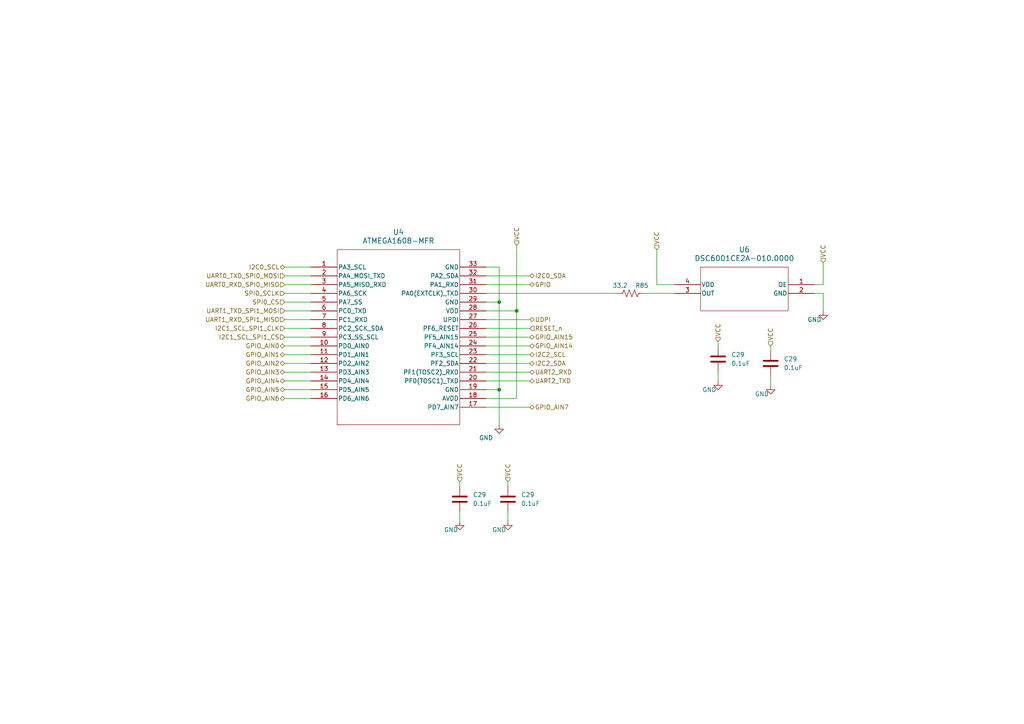
<source format=kicad_sch>
(kicad_sch (version 20230121) (generator eeschema)
  (paper "A4")
  (lib_symbols
    (symbol "2023-09-29_01-38-21:ATMEGA1608-MFR" (pin_names (offset 0.254))
      (property "Reference" "U4" (at 25.4 10.16 0))
      (property "Value" "ATMEGA1608-MFR" (at 25.4 7.62 0))
      (symbol "ATMEGA1608-MFR_0_1"
        (polyline (pts (xy 7.62 -45.72) (xy 43.18 -45.72)) (stroke (width 0.127)))
        (polyline (pts (xy 7.62 5.08) (xy 7.62 -45.72)) (stroke (width 0.127)))
        (polyline (pts (xy 43.18 -45.72) (xy 43.18 5.08)) (stroke (width 0.127)))
        (polyline (pts (xy 43.18 5.08) (xy 7.62 5.08)) (stroke (width 0.127)))
        (pin power_in line (at 50.8 -38.1 180) (length 7.62) (name "AVDD") (number "18"))
        (pin power_out line (at 50.8 -35.56 180) (length 7.62) (name "GND") (number "19"))
        (pin bidirectional line (at 50.8 -15.24 180) (length 7.62) (name "UPDI") (number "27"))
        (pin power_in line (at 50.8 -12.7 180) (length 7.62) (name "VDD") (number "28"))
        (pin power_out line (at 50.8 -10.16 180) (length 7.62) (name "GND") (number "29"))
        (pin power_out line (at 50.8 0 180) (length 7.62) (name "GND") (number "33"))
      )
      (symbol "ATMEGA1608-MFR_1_1"
        (pin bidirectional line (at 0 0 0) (length 7.62) (name "PA3_SCL") (number "1"))
        (pin bidirectional line (at 0 -22.86 0) (length 7.62) (name "PD0_AIN0") (number "10"))
        (pin bidirectional line (at 0 -25.4 0) (length 7.62) (name "PD1_AIN1") (number "11"))
        (pin bidirectional line (at 0 -27.94 0) (length 7.62) (name "PD2_AIN2") (number "12"))
        (pin bidirectional line (at 0 -30.48 0) (length 7.62) (name "PD3_AIN3") (number "13"))
        (pin bidirectional line (at 0 -33.02 0) (length 7.62) (name "PD4_AIN4") (number "14"))
        (pin bidirectional line (at 0 -35.56 0) (length 7.62) (name "PD5_AIN5") (number "15"))
        (pin bidirectional line (at 0 -38.1 0) (length 7.62) (name "PD6_AIN6") (number "16"))
        (pin bidirectional line (at 50.8 -40.64 180) (length 7.62) (name "PD7_AIN7") (number "17"))
        (pin bidirectional line (at 0 -2.54 0) (length 7.62) (name "PA4_MOSI_TXD") (number "2"))
        (pin bidirectional line (at 50.8 -33.02 180) (length 7.62) (name "PF0(TOSC1)_TXD") (number "20"))
        (pin bidirectional line (at 50.8 -30.48 180) (length 7.62) (name "PF1(TOSC2)_RXD") (number "21"))
        (pin bidirectional line (at 50.8 -27.94 180) (length 7.62) (name "PF2_SDA") (number "22"))
        (pin bidirectional line (at 50.8 -25.4 180) (length 7.62) (name "PF3_SCL") (number "23"))
        (pin bidirectional line (at 50.8 -22.86 180) (length 7.62) (name "PF4_AIN14") (number "24"))
        (pin bidirectional line (at 50.8 -20.32 180) (length 7.62) (name "PF5_AIN15") (number "25"))
        (pin bidirectional line (at 50.8 -17.78 180) (length 7.62) (name "PF6_RESET") (number "26"))
        (pin bidirectional line (at 0 -5.08 0) (length 7.62) (name "PA5_MISO_RXD") (number "3"))
        (pin bidirectional line (at 50.8 -7.62 180) (length 7.62) (name "PA0(EXTCLK)_TXD") (number "30"))
        (pin bidirectional line (at 50.8 -5.08 180) (length 7.62) (name "PA1_RXD") (number "31"))
        (pin bidirectional line (at 50.8 -2.54 180) (length 7.62) (name "PA2_SDA") (number "32"))
        (pin bidirectional line (at 0 -7.62 0) (length 7.62) (name "PA6_SCK") (number "4"))
        (pin bidirectional line (at 0 -10.16 0) (length 7.62) (name "PA7_SS") (number "5"))
        (pin bidirectional line (at 0 -12.7 0) (length 7.62) (name "PC0_TXD") (number "6"))
        (pin bidirectional line (at 0 -15.24 0) (length 7.62) (name "PC1_RXD") (number "7"))
        (pin bidirectional line (at 0 -17.78 0) (length 7.62) (name "PC2_SCK_SDA") (number "8"))
        (pin bidirectional line (at 0 -20.32 0) (length 7.62) (name "PC3_SS_SCL") (number "9"))
      )
    )
    (symbol "2023-09-30_01-44-26:DSC6001CE2A-010.0000" (pin_names (offset 0.254))
      (property "Reference" "U" (at 20.32 10.16 0))
      (property "Value" "DSC6001CE2A-010.0000" (at 20.32 7.62 0))
      (symbol "DSC6001CE2A-010.0000_0_1"
        (polyline (pts (xy 7.62 -7.62) (xy 33.02 -7.62)) (stroke (width 0.127)))
        (polyline (pts (xy 7.62 5.08) (xy 7.62 -7.62)) (stroke (width 0.127)))
        (polyline (pts (xy 33.02 -7.62) (xy 33.02 5.08)) (stroke (width 0.127)))
        (polyline (pts (xy 33.02 5.08) (xy 7.62 5.08)) (stroke (width 0.127)))
        (pin output line (at 0 0 0) (length 7.62) (name "OE") (number "1"))
        (pin power_out line (at 0 -2.54 0) (length 7.62) (name "GND") (number "2"))
        (pin output line (at 40.64 -2.54 180) (length 7.62) (name "OUT") (number "3"))
        (pin power_in line (at 40.64 0 180) (length 7.62) (name "VDD") (number "4"))
      )
    )
    (symbol "Device:C" (pin_numbers hide) (pin_names (offset 0.254))
      (property "Reference" "C" (at 0.635 2.54 0))
      (property "Value" "C" (at 0.635 -2.54 0))
      (symbol "C_0_1"
        (polyline (pts (xy -2.032 -0.762) (xy 2.032 -0.762)) (stroke (width 0.508)))
        (polyline (pts (xy -2.032 0.762) (xy 2.032 0.762)) (stroke (width 0.508)))
      )
      (symbol "C_1_1"
        (pin passive line (at 0 3.81 270) (length 2.794) (name "~") (number "1"))
        (pin passive line (at 0 -3.81 90) (length 2.794) (name "~") (number "2"))
      )
    )
    (symbol "Device:R_US" (pin_numbers hide) (pin_names (offset 0))
      (property "Reference" "R" (at 2.54 0 90))
      (property "Value" "R_US" (at -2.54 0 90))
      (symbol "R_US_0_1"
        (polyline (pts (xy 0 -2.286) (xy 0 -2.54)))
        (polyline (pts (xy 0 2.286) (xy 0 2.54)))
        (polyline (pts (xy 0 -0.762) (xy 1.016 -1.143) (xy 0 -1.524) (xy -1.016 -1.905) (xy 0 -2.286)))
        (polyline (pts (xy 0 0.762) (xy 1.016 0.381) (xy 0 0) (xy -1.016 -0.381) (xy 0 -0.762)))
        (polyline (pts (xy 0 2.286) (xy 1.016 1.905) (xy 0 1.524) (xy -1.016 1.143) (xy 0 0.762)))
      )
      (symbol "R_US_1_1"
        (pin passive line (at 0 3.81 270) (length 1.27) (name "~") (number "1"))
        (pin passive line (at 0 -3.81 90) (length 1.27) (name "~") (number "2"))
      )
    )
    (symbol "power:GND" (power) (pin_names (offset 0))
      (property "Value" "GND" (at 0 -3.81 0))
      (symbol "GND_0_1"
        (polyline (pts (xy 0 0) (xy 0 -1.27) (xy 1.27 -1.27) (xy 0 -2.54) (xy -1.27 -1.27) (xy 0 -1.27)))
      )
      (symbol "GND_1_1"
        (pin power_in line (at 0 0 270) (length 0) hide (name "GND") (number "1"))
      )
    )
  )
  (junction (at 144.78 87.63))
  (junction (at 144.78 113.03))
  (junction (at 149.86 90.17))
  (wire (pts (xy 82.55 80.01) (xy 90.17 80.01)))
  (wire (pts (xy 140.97 115.57) (xy 149.86 115.57)))
  (wire (pts (xy 82.55 107.95) (xy 90.17 107.95)))
  (wire (pts (xy 82.55 95.25) (xy 90.17 95.25)))
  (wire (pts (xy 238.76 90.17) (xy 238.76 85.09)))
  (wire (pts (xy 208.28 99.06) (xy 208.28 100.33)))
  (wire (pts (xy 186.69 85.09) (xy 195.58 85.09)))
  (wire (pts (xy 147.32 139.7) (xy 147.32 140.97)))
  (wire (pts (xy 144.78 113.03) (xy 140.97 113.03)))
  (wire (pts (xy 144.78 123.19) (xy 144.78 113.03)))
  (wire (pts (xy 153.67 82.55) (xy 140.97 82.55)))
  (wire (pts (xy 147.32 151.13) (xy 147.32 148.59)))
  (wire (pts (xy 190.5 72.39) (xy 190.5 82.55)))
  (wire (pts (xy 208.28 110.49) (xy 208.28 107.95)))
  (wire (pts (xy 140.97 77.47) (xy 144.78 77.47)))
  (wire (pts (xy 144.78 87.63) (xy 144.78 113.03)))
  (wire (pts (xy 223.52 100.33) (xy 223.52 101.6)))
  (wire (pts (xy 153.67 105.41) (xy 140.97 105.41)))
  (wire (pts (xy 82.55 97.79) (xy 90.17 97.79)))
  (wire (pts (xy 223.52 111.76) (xy 223.52 109.22)))
  (wire (pts (xy 82.55 77.47) (xy 90.17 77.47)))
  (wire (pts (xy 238.76 85.09) (xy 236.22 85.09)))
  (wire (pts (xy 153.67 80.01) (xy 140.97 80.01)))
  (wire (pts (xy 82.55 105.41) (xy 90.17 105.41)))
  (wire (pts (xy 149.86 115.57) (xy 149.86 90.17)))
  (wire (pts (xy 190.5 82.55) (xy 195.58 82.55)))
  (wire (pts (xy 82.55 82.55) (xy 90.17 82.55)))
  (wire (pts (xy 82.55 102.87) (xy 90.17 102.87)))
  (wire (pts (xy 82.55 110.49) (xy 90.17 110.49)))
  (wire (pts (xy 82.55 113.03) (xy 90.17 113.03)))
  (wire (pts (xy 238.76 76.2) (xy 238.76 82.55)))
  (wire (pts (xy 82.55 85.09) (xy 90.17 85.09)))
  (wire (pts (xy 82.55 100.33) (xy 90.17 100.33)))
  (wire (pts (xy 153.67 92.71) (xy 140.97 92.71)))
  (wire (pts (xy 149.86 90.17) (xy 140.97 90.17)))
  (wire (pts (xy 133.35 151.13) (xy 133.35 148.59)))
  (wire (pts (xy 153.67 110.49) (xy 140.97 110.49)))
  (wire (pts (xy 153.67 97.79) (xy 140.97 97.79)))
  (wire (pts (xy 133.35 139.7) (xy 133.35 140.97)))
  (wire (pts (xy 140.97 87.63) (xy 144.78 87.63)))
  (wire (pts (xy 153.67 100.33) (xy 140.97 100.33)))
  (wire (pts (xy 140.97 85.09) (xy 179.07 85.09)))
  (wire (pts (xy 238.76 82.55) (xy 236.22 82.55)))
  (wire (pts (xy 153.67 102.87) (xy 140.97 102.87)))
  (wire (pts (xy 82.55 115.57) (xy 90.17 115.57)))
  (wire (pts (xy 82.55 87.63) (xy 90.17 87.63)))
  (wire (pts (xy 149.86 71.12) (xy 149.86 90.17)))
  (wire (pts (xy 144.78 77.47) (xy 144.78 87.63)))
  (wire (pts (xy 153.67 107.95) (xy 140.97 107.95)))
  (wire (pts (xy 153.67 95.25) (xy 140.97 95.25)))
  (wire (pts (xy 153.67 118.11) (xy 140.97 118.11)))
  (wire (pts (xy 82.55 90.17) (xy 90.17 90.17)))
  (wire (pts (xy 82.55 92.71) (xy 90.17 92.71)))
  (hierarchical_label "GPIO_AIN2" (shape bidirectional) (at 82.55 105.41 180))
  (hierarchical_label "UDPI" (shape bidirectional) (at 153.67 92.71 0))
  (hierarchical_label "SPI0_CS" (shape input) (at 82.55 87.63 180))
  (hierarchical_label "VCC" (shape input) (at 147.32 139.7 90))
  (hierarchical_label "VCC" (shape input) (at 190.5 72.39 90))
  (hierarchical_label "UART1_TXD_SPI1_MOSI" (shape input) (at 82.55 90.17 180))
  (hierarchical_label "UART1_RXD_SPI1_MISO" (shape input) (at 82.55 92.71 180))
  (hierarchical_label "GPIO" (shape bidirectional) (at 153.67 82.55 0))
  (hierarchical_label "I2C1_SCL_SPI1_CLK" (shape input) (at 82.55 95.25 180))
  (hierarchical_label "GPIO_AIN1" (shape bidirectional) (at 82.55 102.87 180))
  (hierarchical_label "UART2_TXD" (shape bidirectional) (at 153.67 110.49 0))
  (hierarchical_label "I2C0_SDA" (shape bidirectional) (at 153.67 80.01 0))
  (hierarchical_label "GPIO_AIN15" (shape bidirectional) (at 153.67 97.79 0))
  (hierarchical_label "VCC" (shape input) (at 223.52 100.33 90))
  (hierarchical_label "GPIO_AIN5" (shape bidirectional) (at 82.55 113.03 180))
  (hierarchical_label "VCC" (shape input) (at 133.35 139.7 90))
  (hierarchical_label "GPIO_AIN6" (shape bidirectional) (at 82.55 115.57 180))
  (hierarchical_label "UART0_TXD_SPI0_MOSI" (shape input) (at 82.55 80.01 180))
  (hierarchical_label "I2C1_SCL_SPI1_CS" (shape input) (at 82.55 97.79 180))
  (hierarchical_label "I2C2_SDA" (shape bidirectional) (at 153.67 105.41 0))
  (hierarchical_label "VCC" (shape input) (at 238.76 76.2 90))
  (hierarchical_label "GPIO_AIN0" (shape bidirectional) (at 82.55 100.33 180))
  (hierarchical_label "VCC" (shape input) (at 149.86 71.12 90))
  (hierarchical_label "GPIO_AIN14" (shape bidirectional) (at 153.67 100.33 0))
  (hierarchical_label "UART0_RXD_SPI0_MISO" (shape input) (at 82.55 82.55 180))
  (hierarchical_label "VCC" (shape input) (at 208.28 99.06 90))
  (hierarchical_label "UART2_RXD" (shape bidirectional) (at 153.67 107.95 0))
  (hierarchical_label "GPIO_AIN4" (shape bidirectional) (at 82.55 110.49 180))
  (hierarchical_label "I2C2_SCL" (shape bidirectional) (at 153.67 102.87 0))
  (hierarchical_label "SPI0_SCLK" (shape input) (at 82.55 85.09 180))
  (hierarchical_label "GPIO_AIN7" (shape bidirectional) (at 153.67 118.11 0))
  (hierarchical_label "GPIO_AIN3" (shape bidirectional) (at 82.55 107.95 180))
  (hierarchical_label "RESET_n" (shape input) (at 153.67 95.25 0))
  (hierarchical_label "I2C0_SCL" (shape bidirectional) (at 82.55 77.47 180))
  (symbol (lib_id "Device:C") (at 133.35 144.78 0) (unit 1)
    (property "Reference" "C29" (at 137.16 143.51 0) (effects (justify left)))
    (property "Value" "0.1uF" (at 137.16 146.05 0) (effects (justify left)))
    (property "Footprint" "Capacitor_SMD:C_0402_1005Metric" (effects hide))
    (instances (project "DaisySeedBreakout" (path "" (reference "C29") (unit 1)) (path "" (reference "C31") (unit 1))) (project "DaisySeedAccessories" (path "" (reference "C36") (unit 1))))
  )
  (symbol (lib_id "Device:C") (at 147.32 144.78 0) (unit 1)
    (property "Reference" "C29" (at 151.13 143.51 0) (effects (justify left)))
    (property "Value" "0.1uF" (at 151.13 146.05 0) (effects (justify left)))
    (property "Footprint" "Capacitor_SMD:C_0402_1005Metric" (effects hide))
    (instances (project "DaisySeedBreakout" (path "" (reference "C29") (unit 1)) (path "" (reference "C36") (unit 1))) (project "DaisySeedAccessories" (path "" (reference "C37") (unit 1))))
  )
  (symbol (lib_id "2023-09-29_01-38-21:ATMEGA1608-MFR") (at 90.17 77.47 0) (unit 1)
    (property "Reference" "U4" (at 115.57 67.31 0) (effects (font (size 1.524 1.524))))
    (property "Value" "ATMEGA1608-MFR" (at 115.57 69.85 0) (effects (font (size 1.524 1.524))))
    (property "Footprint" "atmega:VQFN32_RXB_MCH-M" (effects hide))
    (property "Datasheet" "ATMEGA1608-MFR" (effects hide))
    (instances (project "DaisySeedBreakout" (path "" (reference "U4") (unit 1)) (path "" (reference "U4") (unit 1))) (project "DaisySeedAccessories" (path "" (reference "U7") (unit 1))))
  )
  (symbol (lib_id "Device:C") (at 208.28 104.14 0) (unit 1)
    (property "Reference" "C29" (at 212.09 102.87 0) (effects (justify left)))
    (property "Value" "0.1uF" (at 212.09 105.41 0) (effects (justify left)))
    (property "Footprint" "Capacitor_SMD:C_0402_1005Metric" (effects hide))
    (instances (project "DaisySeedBreakout" (path "" (reference "C29") (unit 1)) (path "" (reference "C37") (unit 1))) (project "DaisySeedAccessories" (path "" (reference "C38") (unit 1))))
  )
  (symbol (lib_id "Device:R_US") (at 182.88 85.09 270) (unit 1)
    (property "Reference" "R85" (at 186.182 82.804 90))
    (property "Value" "33.2" (at 179.832 82.804 90))
    (property "Footprint" "Resistor_SMD:R_0402_1005Metric" (effects hide))
    (property "Specks" "0402" (effects hide))
    (instances (project "DaisySeedBreakout" (path "" (reference "R85") (unit 1)) (path "" (reference "R32") (unit 1)) (path "" (reference "R95") (unit 1))) (project "DaisySeedAccessories" (path "" (reference "R28") (unit 1))))
  )
  (symbol (lib_id "Device:C") (at 223.52 105.41 0) (unit 1)
    (property "Reference" "C29" (at 227.33 104.14 0) (effects (justify left)))
    (property "Value" "0.1uF" (at 227.33 106.68 0) (effects (justify left)))
    (property "Footprint" "Capacitor_SMD:C_0402_1005Metric" (effects hide))
    (instances (project "DaisySeedBreakout" (path "" (reference "C29") (unit 1)) (path "" (reference "C38") (unit 1))) (project "DaisySeedAccessories" (path "" (reference "C39") (unit 1))))
  )
  (symbol (lib_id "power:GND") (at 144.78 123.19 0) (unit 1)
    (property "Reference" "#PWR064" (effects hide))
    (property "Value" "GND" (at 140.97 127 0))
    (instances (project "DaisySeedBreakout" (path "" (reference "#PWR064") (unit 1)) (path "" (reference "#PWR074") (unit 1))) (project "DaisySeedAccessories" (path "" (reference "#PWR052") (unit 1))))
  )
  (symbol (lib_id "power:GND") (at 133.35 151.13 0) (unit 1)
    (property "Reference" "#PWR064" (effects hide))
    (property "Value" "GND" (at 130.81 153.67 0))
    (instances (project "DaisySeedBreakout" (path "" (reference "#PWR064") (unit 1)) (path "" (reference "#PWR076") (unit 1))) (project "DaisySeedAccessories" (path "" (reference "#PWR051") (unit 1))))
  )
  (symbol (lib_id "power:GND") (at 223.52 111.76 0) (unit 1)
    (property "Reference" "#PWR064" (effects hide))
    (property "Value" "GND" (at 220.98 114.3 0))
    (instances (project "DaisySeedBreakout" (path "" (reference "#PWR064") (unit 1)) (path "" (reference "#PWR078") (unit 1))) (project "DaisySeedAccessories" (path "" (reference "#PWR055") (unit 1))))
  )
  (symbol (lib_id "power:GND") (at 208.28 110.49 0) (unit 1)
    (property "Reference" "#PWR064" (effects hide))
    (property "Value" "GND" (at 205.74 113.03 0))
    (instances (project "DaisySeedBreakout" (path "" (reference "#PWR064") (unit 1)) (path "" (reference "#PWR077") (unit 1))) (project "DaisySeedAccessories" (path "" (reference "#PWR054") (unit 1))))
  )
  (symbol (lib_id "2023-09-30_01-44-26:DSC6001CE2A-010.0000") (at 236.22 82.55 0) (mirror y) (unit 1)
    (property "Reference" "U6" (at 215.9 72.39 0) (effects (font (size 1.524 1.524))))
    (property "Value" "DSC6001CE2A-010.0000" (at 215.9 74.93 0) (effects (font (size 1.524 1.524))))
    (property "Footprint" "DFN4_3.2X2.5_MCH" (effects hide))
    (property "Datasheet" "DSC6001CE2A-010.0000" (effects hide))
    (instances (project "DaisySeedBreakout" (path "" (reference "U6") (unit 1))) (project "DaisySeedAccessories" (path "" (reference "U8") (unit 1))))
  )
  (symbol (lib_id "power:GND") (at 147.32 151.13 0) (unit 1)
    (property "Reference" "#PWR064" (effects hide))
    (property "Value" "GND" (at 144.78 153.67 0))
    (instances (project "DaisySeedBreakout" (path "" (reference "#PWR064") (unit 1)) (path "" (reference "#PWR075") (unit 1))) (project "DaisySeedAccessories" (path "" (reference "#PWR053") (unit 1))))
  )
  (symbol (lib_id "power:GND") (at 238.76 90.17 0) (unit 1)
    (property "Reference" "#PWR064" (effects hide))
    (property "Value" "GND" (at 236.22 92.71 0))
    (instances (project "DaisySeedBreakout" (path "" (reference "#PWR064") (unit 1)) (path "" (reference "#PWR079") (unit 1))) (project "DaisySeedAccessories" (path "" (reference "#PWR056") (unit 1))))
  )
)
</source>
